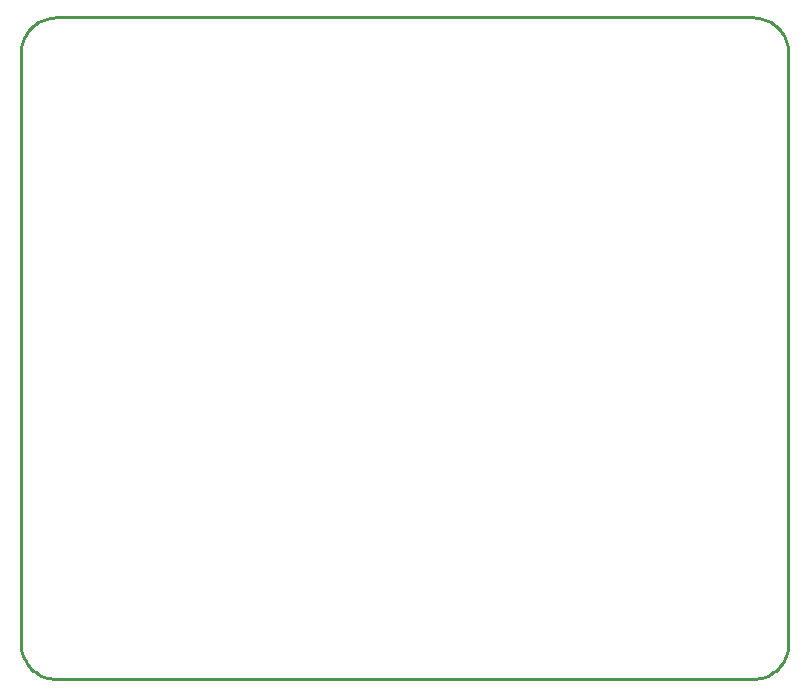
<source format=gbr>
G04 EAGLE Gerber RS-274X export*
G75*
%MOMM*%
%FSLAX34Y34*%
%LPD*%
%IN*%
%IPPOS*%
%AMOC8*
5,1,8,0,0,1.08239X$1,22.5*%
G01*
%ADD10C,0.254000*%


D10*
X0Y30000D02*
X114Y27385D01*
X456Y24791D01*
X1022Y22235D01*
X1809Y19739D01*
X2811Y17321D01*
X4019Y15000D01*
X5425Y12793D01*
X7019Y10716D01*
X8787Y8787D01*
X10716Y7019D01*
X12793Y5425D01*
X15000Y4019D01*
X17321Y2811D01*
X19739Y1809D01*
X22235Y1022D01*
X24791Y456D01*
X27385Y114D01*
X30000Y0D01*
X620000Y0D01*
X622615Y114D01*
X625209Y456D01*
X627765Y1022D01*
X630261Y1809D01*
X632679Y2811D01*
X635000Y4019D01*
X637207Y5425D01*
X639284Y7019D01*
X641213Y8787D01*
X642981Y10716D01*
X644575Y12793D01*
X645981Y15000D01*
X647189Y17321D01*
X648191Y19739D01*
X648978Y22235D01*
X649544Y24791D01*
X649886Y27385D01*
X650000Y30000D01*
X650000Y530000D01*
X649886Y532615D01*
X649544Y535209D01*
X648978Y537765D01*
X648191Y540261D01*
X647189Y542679D01*
X645981Y545000D01*
X644575Y547207D01*
X642981Y549284D01*
X641213Y551213D01*
X639284Y552981D01*
X637207Y554575D01*
X635000Y555981D01*
X632679Y557189D01*
X630261Y558191D01*
X627765Y558978D01*
X625209Y559544D01*
X622615Y559886D01*
X620000Y560000D01*
X30000Y560000D01*
X27385Y559886D01*
X24791Y559544D01*
X22235Y558978D01*
X19739Y558191D01*
X17321Y557189D01*
X15000Y555981D01*
X12793Y554575D01*
X10716Y552981D01*
X8787Y551213D01*
X7019Y549284D01*
X5425Y547207D01*
X4019Y545000D01*
X2811Y542679D01*
X1809Y540261D01*
X1022Y537765D01*
X456Y535209D01*
X114Y532615D01*
X0Y530000D01*
X0Y30000D01*
M02*

</source>
